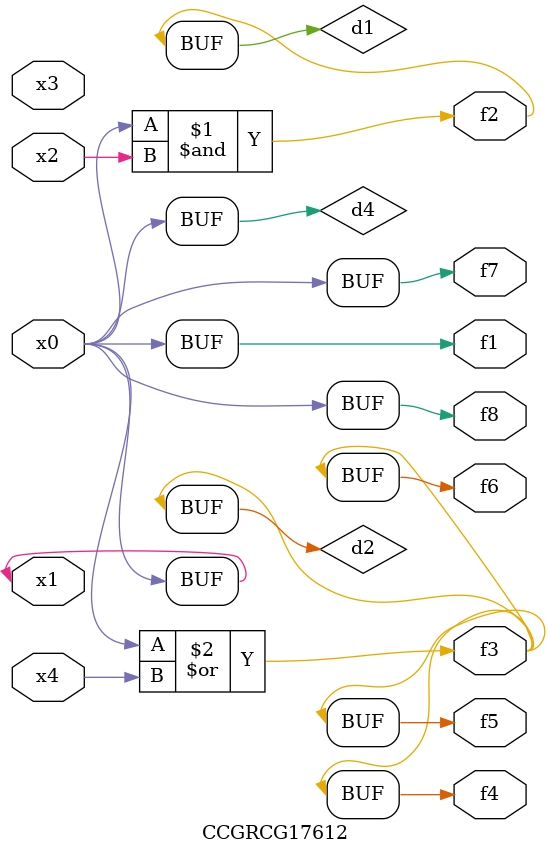
<source format=v>
module CCGRCG17612(
	input x0, x1, x2, x3, x4,
	output f1, f2, f3, f4, f5, f6, f7, f8
);

	wire d1, d2, d3, d4;

	and (d1, x0, x2);
	or (d2, x0, x4);
	nand (d3, x0, x2);
	buf (d4, x0, x1);
	assign f1 = d4;
	assign f2 = d1;
	assign f3 = d2;
	assign f4 = d2;
	assign f5 = d2;
	assign f6 = d2;
	assign f7 = d4;
	assign f8 = d4;
endmodule

</source>
